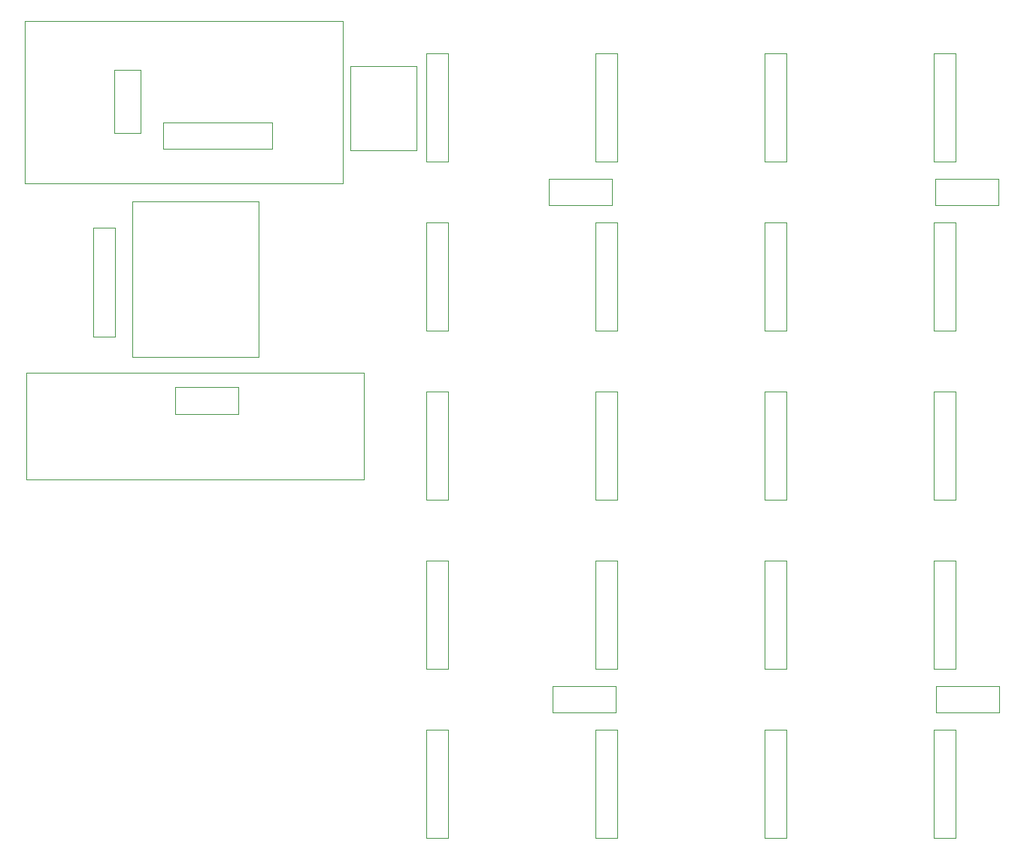
<source format=gbr>
G04 #@! TF.GenerationSoftware,KiCad,Pcbnew,(5.1.10)-1*
G04 #@! TF.CreationDate,2021-09-28T21:06:42+02:00*
G04 #@! TF.ProjectId,SheepyPad,53686565-7079-4506-9164-2e6b69636164,rev?*
G04 #@! TF.SameCoordinates,Original*
G04 #@! TF.FileFunction,Other,User*
%FSLAX46Y46*%
G04 Gerber Fmt 4.6, Leading zero omitted, Abs format (unit mm)*
G04 Created by KiCad (PCBNEW (5.1.10)-1) date 2021-09-28 21:06:42*
%MOMM*%
%LPD*%
G01*
G04 APERTURE LIST*
%ADD10C,0.050000*%
%ADD11C,0.040000*%
G04 APERTURE END LIST*
D10*
X73255000Y-51020000D02*
X70255000Y-51020000D01*
X70255000Y-51020000D02*
X70255000Y-58120000D01*
X70255000Y-58120000D02*
X73255000Y-58120000D01*
X73255000Y-58120000D02*
X73255000Y-51020000D01*
X119219000Y-63270000D02*
X119219000Y-66270000D01*
X119219000Y-66270000D02*
X126319000Y-66270000D01*
X126319000Y-66270000D02*
X126319000Y-63270000D01*
X126319000Y-63270000D02*
X119219000Y-63270000D01*
X169880000Y-66270000D02*
X169880000Y-63270000D01*
X169880000Y-63270000D02*
X162780000Y-63270000D01*
X162780000Y-63270000D02*
X162780000Y-66270000D01*
X162780000Y-66270000D02*
X169880000Y-66270000D01*
X169960000Y-123420000D02*
X169960000Y-120420000D01*
X169960000Y-120420000D02*
X162860000Y-120420000D01*
X162860000Y-120420000D02*
X162860000Y-123420000D01*
X162860000Y-123420000D02*
X169960000Y-123420000D01*
X119680000Y-120420000D02*
X119680000Y-123420000D01*
X119680000Y-123420000D02*
X126780000Y-123420000D01*
X126780000Y-123420000D02*
X126780000Y-120420000D01*
X126780000Y-120420000D02*
X119680000Y-120420000D01*
X77182000Y-86765000D02*
X77182000Y-89765000D01*
X77182000Y-89765000D02*
X84282000Y-89765000D01*
X84282000Y-89765000D02*
X84282000Y-86765000D01*
X84282000Y-86765000D02*
X77182000Y-86765000D01*
X60198000Y-63754000D02*
X60198000Y-45466000D01*
X60198000Y-63754000D02*
X96012000Y-63754000D01*
X96012000Y-45466000D02*
X60198000Y-45466000D01*
X96012000Y-45466000D02*
X96012000Y-63754000D01*
D11*
X60425000Y-85155000D02*
X60425000Y-97155000D01*
X98425000Y-85155000D02*
X60425000Y-85155000D01*
X98425000Y-97155000D02*
X98425000Y-85155000D01*
X60425000Y-97155000D02*
X98425000Y-97155000D01*
D10*
X96870000Y-59820000D02*
X96870000Y-60070000D01*
X96870000Y-60070000D02*
X97120000Y-60070000D01*
X104370000Y-59820000D02*
X104370000Y-60070000D01*
X104370000Y-60070000D02*
X104120000Y-60070000D01*
X104120000Y-50570000D02*
X104370000Y-50570000D01*
X104370000Y-50570000D02*
X104370000Y-50820000D01*
X97120000Y-50570000D02*
X96870000Y-50570000D01*
X96870000Y-50570000D02*
X96870000Y-50820000D01*
X104370000Y-50820000D02*
X104370000Y-59820000D01*
X97120000Y-50570000D02*
X104120000Y-50570000D01*
X96870000Y-59820000D02*
X96870000Y-50820000D01*
X104120000Y-60070000D02*
X97120000Y-60070000D01*
X75785000Y-56920000D02*
X75785000Y-59920000D01*
X75785000Y-59920000D02*
X88045000Y-59920000D01*
X88045000Y-59920000D02*
X88045000Y-56920000D01*
X88045000Y-56920000D02*
X75785000Y-56920000D01*
X67901500Y-81060000D02*
X70401500Y-81060000D01*
X70401500Y-81060000D02*
X70401500Y-68800000D01*
X70401500Y-68800000D02*
X67901500Y-68800000D01*
X67901500Y-68800000D02*
X67901500Y-81060000D01*
X143530000Y-80425000D02*
X146030000Y-80425000D01*
X146030000Y-80425000D02*
X146030000Y-68165000D01*
X146030000Y-68165000D02*
X143530000Y-68165000D01*
X143530000Y-68165000D02*
X143530000Y-80425000D01*
X86515000Y-65810000D02*
X86515000Y-83310000D01*
X86515000Y-65810000D02*
X72315000Y-65810000D01*
X72315000Y-83310000D02*
X86515000Y-83310000D01*
X72315000Y-83310000D02*
X72315000Y-65810000D01*
X162580000Y-137575000D02*
X165080000Y-137575000D01*
X165080000Y-137575000D02*
X165080000Y-125315000D01*
X165080000Y-125315000D02*
X162580000Y-125315000D01*
X162580000Y-125315000D02*
X162580000Y-137575000D01*
X162580000Y-118525000D02*
X165080000Y-118525000D01*
X165080000Y-118525000D02*
X165080000Y-106265000D01*
X165080000Y-106265000D02*
X162580000Y-106265000D01*
X162580000Y-106265000D02*
X162580000Y-118525000D01*
X162580000Y-99475000D02*
X165080000Y-99475000D01*
X165080000Y-99475000D02*
X165080000Y-87215000D01*
X165080000Y-87215000D02*
X162580000Y-87215000D01*
X162580000Y-87215000D02*
X162580000Y-99475000D01*
X162580000Y-80425000D02*
X165080000Y-80425000D01*
X165080000Y-80425000D02*
X165080000Y-68165000D01*
X165080000Y-68165000D02*
X162580000Y-68165000D01*
X162580000Y-68165000D02*
X162580000Y-80425000D01*
X162580000Y-61375000D02*
X165080000Y-61375000D01*
X165080000Y-61375000D02*
X165080000Y-49115000D01*
X165080000Y-49115000D02*
X162580000Y-49115000D01*
X162580000Y-49115000D02*
X162580000Y-61375000D01*
X143530000Y-137575000D02*
X146030000Y-137575000D01*
X146030000Y-137575000D02*
X146030000Y-125315000D01*
X146030000Y-125315000D02*
X143530000Y-125315000D01*
X143530000Y-125315000D02*
X143530000Y-137575000D01*
X143530000Y-118525000D02*
X146030000Y-118525000D01*
X146030000Y-118525000D02*
X146030000Y-106265000D01*
X146030000Y-106265000D02*
X143530000Y-106265000D01*
X143530000Y-106265000D02*
X143530000Y-118525000D01*
X143530000Y-99475000D02*
X146030000Y-99475000D01*
X146030000Y-99475000D02*
X146030000Y-87215000D01*
X146030000Y-87215000D02*
X143530000Y-87215000D01*
X143530000Y-87215000D02*
X143530000Y-99475000D01*
X143530000Y-61375000D02*
X146030000Y-61375000D01*
X146030000Y-61375000D02*
X146030000Y-49115000D01*
X146030000Y-49115000D02*
X143530000Y-49115000D01*
X143530000Y-49115000D02*
X143530000Y-61375000D01*
X124480000Y-137575000D02*
X126980000Y-137575000D01*
X126980000Y-137575000D02*
X126980000Y-125315000D01*
X126980000Y-125315000D02*
X124480000Y-125315000D01*
X124480000Y-125315000D02*
X124480000Y-137575000D01*
X124480000Y-118525000D02*
X126980000Y-118525000D01*
X126980000Y-118525000D02*
X126980000Y-106265000D01*
X126980000Y-106265000D02*
X124480000Y-106265000D01*
X124480000Y-106265000D02*
X124480000Y-118525000D01*
X124480000Y-99475000D02*
X126980000Y-99475000D01*
X126980000Y-99475000D02*
X126980000Y-87215000D01*
X126980000Y-87215000D02*
X124480000Y-87215000D01*
X124480000Y-87215000D02*
X124480000Y-99475000D01*
X124480000Y-80425000D02*
X126980000Y-80425000D01*
X126980000Y-80425000D02*
X126980000Y-68165000D01*
X126980000Y-68165000D02*
X124480000Y-68165000D01*
X124480000Y-68165000D02*
X124480000Y-80425000D01*
X124480000Y-61375000D02*
X126980000Y-61375000D01*
X126980000Y-61375000D02*
X126980000Y-49115000D01*
X126980000Y-49115000D02*
X124480000Y-49115000D01*
X124480000Y-49115000D02*
X124480000Y-61375000D01*
X105430000Y-137575000D02*
X107930000Y-137575000D01*
X107930000Y-137575000D02*
X107930000Y-125315000D01*
X107930000Y-125315000D02*
X105430000Y-125315000D01*
X105430000Y-125315000D02*
X105430000Y-137575000D01*
X105430000Y-118525000D02*
X107930000Y-118525000D01*
X107930000Y-118525000D02*
X107930000Y-106265000D01*
X107930000Y-106265000D02*
X105430000Y-106265000D01*
X105430000Y-106265000D02*
X105430000Y-118525000D01*
X105430000Y-99475000D02*
X107930000Y-99475000D01*
X107930000Y-99475000D02*
X107930000Y-87215000D01*
X107930000Y-87215000D02*
X105430000Y-87215000D01*
X105430000Y-87215000D02*
X105430000Y-99475000D01*
X105430000Y-80425000D02*
X107930000Y-80425000D01*
X107930000Y-80425000D02*
X107930000Y-68165000D01*
X107930000Y-68165000D02*
X105430000Y-68165000D01*
X105430000Y-68165000D02*
X105430000Y-80425000D01*
X105430000Y-61375000D02*
X107930000Y-61375000D01*
X107930000Y-61375000D02*
X107930000Y-49115000D01*
X107930000Y-49115000D02*
X105430000Y-49115000D01*
X105430000Y-49115000D02*
X105430000Y-61375000D01*
M02*

</source>
